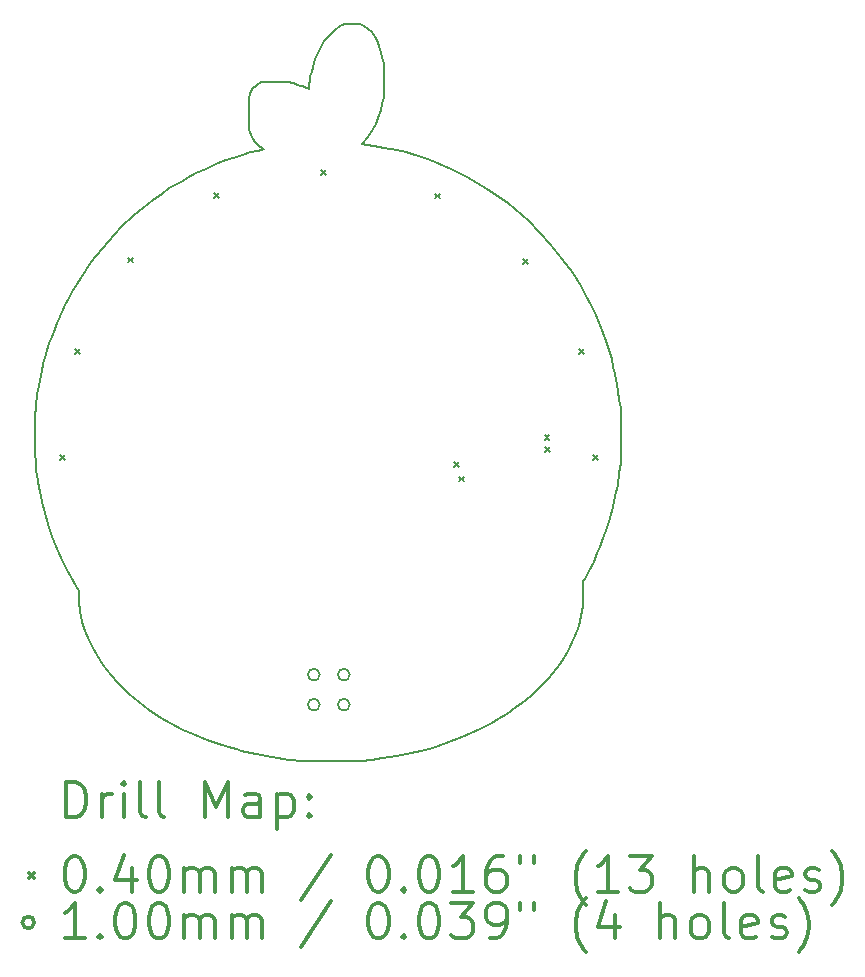
<source format=gbr>
%FSLAX45Y45*%
G04 Gerber Fmt 4.5, Leading zero omitted, Abs format (unit mm)*
G04 Created by KiCad (PCBNEW 4.0.7) date 05/31/18 14:30:43*
%MOMM*%
%LPD*%
G01*
G04 APERTURE LIST*
%ADD10C,0.127000*%
%ADD11C,0.150000*%
%ADD12C,0.200000*%
%ADD13C,0.300000*%
G04 APERTURE END LIST*
D10*
D11*
X11049000Y-7807960D02*
X11084560Y-7828280D01*
X10947400Y-7762240D02*
X11049000Y-7807960D01*
X10886440Y-7731760D02*
X10947400Y-7762240D01*
X10810240Y-7701280D02*
X10886440Y-7731760D01*
X10728960Y-7670800D02*
X10810240Y-7701280D01*
X10647680Y-7645400D02*
X10728960Y-7670800D01*
X10566400Y-7620000D02*
X10647680Y-7645400D01*
X10490200Y-7599680D02*
X10566400Y-7620000D01*
X10383520Y-7579360D02*
X10490200Y-7599680D01*
X10297160Y-7564120D02*
X10383520Y-7579360D01*
X10241280Y-7553960D02*
X10297160Y-7564120D01*
X10195560Y-7548880D02*
X10241280Y-7553960D01*
X10246360Y-7493000D02*
X10195560Y-7548880D01*
X10292080Y-7421880D02*
X10246360Y-7493000D01*
X10312400Y-7376160D02*
X10292080Y-7421880D01*
X10332720Y-7330440D02*
X10312400Y-7376160D01*
X10353040Y-7264400D02*
X10332720Y-7330440D01*
X10368280Y-7213600D02*
X10353040Y-7264400D01*
X10378440Y-7147560D02*
X10368280Y-7213600D01*
X10378440Y-7122160D02*
X10378440Y-7147560D01*
X10383520Y-7056120D02*
X10378440Y-7122160D01*
X10383520Y-6990080D02*
X10383520Y-7056120D01*
X10383520Y-6969760D02*
X10383520Y-6990080D01*
X10378440Y-6898640D02*
X10383520Y-6969760D01*
X10378440Y-6868160D02*
X10378440Y-6898640D01*
X10368280Y-6812280D02*
X10378440Y-6868160D01*
X10358120Y-6776720D02*
X10368280Y-6812280D01*
X10342880Y-6720840D02*
X10358120Y-6776720D01*
X10322560Y-6670040D02*
X10342880Y-6720840D01*
X10307320Y-6644640D02*
X10322560Y-6670040D01*
X10281920Y-6604000D02*
X10307320Y-6644640D01*
X10246360Y-6573520D02*
X10281920Y-6604000D01*
X10215880Y-6548120D02*
X10246360Y-6573520D01*
X10180320Y-6532880D02*
X10215880Y-6548120D01*
X10048240Y-6532880D02*
X10180320Y-6532880D01*
X10027920Y-6543040D02*
X10048240Y-6532880D01*
X9987280Y-6568440D02*
X10027920Y-6543040D01*
X9956800Y-6588760D02*
X9987280Y-6568440D01*
X9906000Y-6639560D02*
X9956800Y-6588760D01*
X9875520Y-6680200D02*
X9906000Y-6639560D01*
X9850120Y-6725920D02*
X9875520Y-6680200D01*
X9824720Y-6776720D02*
X9850120Y-6725920D01*
X9809480Y-6812280D02*
X9824720Y-6776720D01*
X9799320Y-6832600D02*
X9809480Y-6812280D01*
X9789160Y-6863080D02*
X9799320Y-6832600D01*
X9779000Y-6898640D02*
X9789160Y-6863080D01*
X9768840Y-6939280D02*
X9779000Y-6898640D01*
X9758680Y-6974840D02*
X9768840Y-6939280D01*
X9753600Y-7010400D02*
X9758680Y-6974840D01*
X9748520Y-7045960D02*
X9753600Y-7010400D01*
X9748520Y-7081520D02*
X9748520Y-7045960D01*
X9733280Y-7076440D02*
X9748520Y-7081520D01*
X9718040Y-7071360D02*
X9733280Y-7076440D01*
X9697720Y-7061200D02*
X9718040Y-7071360D01*
X9682480Y-7056120D02*
X9697720Y-7061200D01*
X9646920Y-7045960D02*
X9682480Y-7056120D01*
X9616440Y-7035800D02*
X9646920Y-7045960D01*
X9606280Y-7030720D02*
X9616440Y-7035800D01*
X9575800Y-7025640D02*
X9606280Y-7030720D01*
X9555480Y-7020560D02*
X9575800Y-7025640D01*
X9519920Y-7020560D02*
X9555480Y-7020560D01*
X9494520Y-7020560D02*
X9519920Y-7020560D01*
X9448800Y-7020560D02*
X9494520Y-7020560D01*
X9387840Y-7020560D02*
X9448800Y-7020560D01*
X9362440Y-7020560D02*
X9387840Y-7020560D01*
X9352280Y-7025640D02*
X9362440Y-7020560D01*
X9326880Y-7035800D02*
X9352280Y-7025640D01*
X9296400Y-7056120D02*
X9326880Y-7035800D01*
X9276080Y-7076440D02*
X9296400Y-7056120D01*
X9255760Y-7101840D02*
X9276080Y-7076440D01*
X9245600Y-7127240D02*
X9255760Y-7101840D01*
X9240520Y-7162800D02*
X9245600Y-7127240D01*
X9235440Y-7188200D02*
X9240520Y-7162800D01*
X9235440Y-7198360D02*
X9235440Y-7188200D01*
X9235440Y-7249160D02*
X9235440Y-7198360D01*
X9235440Y-7310120D02*
X9235440Y-7249160D01*
X9235440Y-7366000D02*
X9235440Y-7310120D01*
X9235440Y-7401560D02*
X9235440Y-7366000D01*
X9240520Y-7426960D02*
X9235440Y-7401560D01*
X9245600Y-7447280D02*
X9240520Y-7426960D01*
X9255760Y-7472680D02*
X9245600Y-7447280D01*
X9271000Y-7503160D02*
X9255760Y-7472680D01*
X9286240Y-7528560D02*
X9271000Y-7503160D01*
X9296400Y-7538720D02*
X9286240Y-7528560D01*
X9326880Y-7569200D02*
X9296400Y-7538720D01*
X9347200Y-7584440D02*
X9326880Y-7569200D01*
X9362440Y-7594600D02*
X9347200Y-7584440D01*
X9311640Y-7604760D02*
X9362440Y-7594600D01*
X9250680Y-7620000D02*
X9311640Y-7604760D01*
X9184640Y-7640320D02*
X9250680Y-7620000D01*
X9103360Y-7665720D02*
X9184640Y-7640320D01*
X9047480Y-7686040D02*
X9103360Y-7665720D01*
X9022080Y-7696200D02*
X9047480Y-7686040D01*
X8956040Y-7721600D02*
X9022080Y-7696200D01*
X8874760Y-7757160D02*
X8956040Y-7721600D01*
X8788400Y-7797800D02*
X8874760Y-7757160D01*
X8712200Y-7838440D02*
X8788400Y-7797800D01*
X8676640Y-7858760D02*
X8712200Y-7838440D01*
X8625840Y-7889240D02*
X8676640Y-7858760D01*
X8564880Y-7924800D02*
X8625840Y-7889240D01*
X8503920Y-7970520D02*
X8564880Y-7924800D01*
X8427720Y-8021320D02*
X8503920Y-7970520D01*
X8341360Y-8092440D02*
X8427720Y-8021320D01*
X8265160Y-8153400D02*
X8341360Y-8092440D01*
X8158480Y-8255000D02*
X8265160Y-8153400D01*
X8102600Y-8310880D02*
X8158480Y-8255000D01*
X8041640Y-8382000D02*
X8102600Y-8310880D01*
X8001000Y-8427720D02*
X8041640Y-8382000D01*
X7945120Y-8498840D02*
X8001000Y-8427720D01*
X7904480Y-8549640D02*
X7945120Y-8498840D01*
X7858760Y-8615680D02*
X7904480Y-8549640D01*
X7813040Y-8681720D02*
X7858760Y-8615680D01*
X7782560Y-8732520D02*
X7813040Y-8681720D01*
X7741920Y-8803640D02*
X7782560Y-8732520D01*
X7716520Y-8849360D02*
X7741920Y-8803640D01*
X7680960Y-8910320D02*
X7716520Y-8849360D01*
X7655560Y-8971280D02*
X7680960Y-8910320D01*
X7640320Y-9006840D02*
X7655560Y-8971280D01*
X7635240Y-9017000D02*
X7640320Y-9006840D01*
X7609840Y-9067800D02*
X7635240Y-9017000D01*
X7584440Y-9138920D02*
X7609840Y-9067800D01*
X7559040Y-9199880D02*
X7584440Y-9138920D01*
X7548880Y-9235440D02*
X7559040Y-9199880D01*
X7518400Y-9326880D02*
X7548880Y-9235440D01*
X7498080Y-9413240D02*
X7518400Y-9326880D01*
X7482840Y-9469120D02*
X7498080Y-9413240D01*
X7477760Y-9504680D02*
X7482840Y-9469120D01*
X7457440Y-9601200D02*
X7477760Y-9504680D01*
X7447280Y-9667240D02*
X7457440Y-9601200D01*
X7432040Y-9773920D02*
X7447280Y-9667240D01*
X7426960Y-9855200D02*
X7432040Y-9773920D01*
X7426960Y-9972040D02*
X7426960Y-9855200D01*
X7426960Y-10083800D02*
X7426960Y-9972040D01*
X7426960Y-10165080D02*
X7426960Y-10083800D01*
X7432040Y-10251440D02*
X7426960Y-10165080D01*
X7437120Y-10307320D02*
X7432040Y-10251440D01*
X7452360Y-10403840D02*
X7437120Y-10307320D01*
X7462520Y-10459720D02*
X7452360Y-10403840D01*
X7467600Y-10490200D02*
X7462520Y-10459720D01*
X7487920Y-10581640D02*
X7467600Y-10490200D01*
X7508240Y-10673080D02*
X7487920Y-10581640D01*
X7538720Y-10769600D02*
X7508240Y-10673080D01*
X7564120Y-10850880D02*
X7538720Y-10769600D01*
X7599680Y-10937240D02*
X7564120Y-10850880D01*
X7620000Y-10993120D02*
X7599680Y-10937240D01*
X7655560Y-11069320D02*
X7620000Y-10993120D01*
X7696200Y-11155680D02*
X7655560Y-11069320D01*
X7731760Y-11216640D02*
X7696200Y-11155680D01*
X7772400Y-11287760D02*
X7731760Y-11216640D01*
X7797800Y-11333480D02*
X7772400Y-11287760D01*
X7797800Y-11348720D02*
X7797800Y-11333480D01*
X7797800Y-11424920D02*
X7797800Y-11348720D01*
X7807960Y-11501120D02*
X7797800Y-11424920D01*
X7828280Y-11597640D02*
X7807960Y-11501120D01*
X7848600Y-11668760D02*
X7828280Y-11597640D01*
X7884160Y-11750040D02*
X7848600Y-11668760D01*
X7914640Y-11816080D02*
X7884160Y-11750040D01*
X7950200Y-11877040D02*
X7914640Y-11816080D01*
X8001000Y-11958320D02*
X7950200Y-11877040D01*
X8067040Y-12044680D02*
X8001000Y-11958320D01*
X8133080Y-12115800D02*
X8067040Y-12044680D01*
X8183880Y-12166600D02*
X8133080Y-12115800D01*
X8219440Y-12202160D02*
X8183880Y-12166600D01*
X8305800Y-12273280D02*
X8219440Y-12202160D01*
X8392160Y-12339320D02*
X8305800Y-12273280D01*
X8493760Y-12405360D02*
X8392160Y-12339320D01*
X8590280Y-12461240D02*
X8493760Y-12405360D01*
X8681720Y-12506960D02*
X8590280Y-12461240D01*
X8768080Y-12547600D02*
X8681720Y-12506960D01*
X8879840Y-12593320D02*
X8768080Y-12547600D01*
X8981440Y-12628880D02*
X8879840Y-12593320D01*
X9093200Y-12664440D02*
X8981440Y-12628880D01*
X9133840Y-12674600D02*
X9093200Y-12664440D01*
X9174480Y-12684760D02*
X9133840Y-12674600D01*
X9255760Y-12705080D02*
X9174480Y-12684760D01*
X9301480Y-12715240D02*
X9255760Y-12705080D01*
X9433560Y-12740640D02*
X9301480Y-12715240D01*
X9575800Y-12760960D02*
X9433560Y-12740640D01*
X9692640Y-12771120D02*
X9575800Y-12760960D01*
X9784080Y-12776200D02*
X9692640Y-12771120D01*
X9809480Y-12776200D02*
X9784080Y-12776200D01*
X9860280Y-12776200D02*
X9809480Y-12776200D01*
X9977120Y-12776200D02*
X9860280Y-12776200D01*
X10068560Y-12776200D02*
X9977120Y-12776200D01*
X10185400Y-12771120D02*
X10068560Y-12776200D01*
X10276840Y-12760960D02*
X10185400Y-12771120D01*
X10363200Y-12750800D02*
X10276840Y-12760960D01*
X10490200Y-12730480D02*
X10363200Y-12750800D01*
X10612120Y-12705080D02*
X10490200Y-12730480D01*
X10698480Y-12684760D02*
X10612120Y-12705080D01*
X10795000Y-12659360D02*
X10698480Y-12684760D01*
X10906760Y-12623800D02*
X10795000Y-12659360D01*
X11038840Y-12573000D02*
X10906760Y-12623800D01*
X11120120Y-12537440D02*
X11038840Y-12573000D01*
X11196320Y-12501880D02*
X11120120Y-12537440D01*
X11242040Y-12476480D02*
X11196320Y-12501880D01*
X11292840Y-12451080D02*
X11242040Y-12476480D01*
X11343640Y-12420600D02*
X11292840Y-12451080D01*
X11419840Y-12374880D02*
X11343640Y-12420600D01*
X11501120Y-12319000D02*
X11419840Y-12374880D01*
X11551920Y-12283440D02*
X11501120Y-12319000D01*
X11623040Y-12222480D02*
X11551920Y-12283440D01*
X11714480Y-12141200D02*
X11623040Y-12222480D01*
X11780520Y-12070080D02*
X11714480Y-12141200D01*
X11871960Y-11953240D02*
X11780520Y-12070080D01*
X11907520Y-11897360D02*
X11871960Y-11953240D01*
X11943080Y-11841480D02*
X11907520Y-11897360D01*
X11993880Y-11734800D02*
X11943080Y-11841480D01*
X12014200Y-11673840D02*
X11993880Y-11734800D01*
X12029440Y-11628120D02*
X12014200Y-11673840D01*
X12049760Y-11546840D02*
X12029440Y-11628120D01*
X12065000Y-11460480D02*
X12049760Y-11546840D01*
X12070080Y-11399520D02*
X12065000Y-11460480D01*
X12070080Y-11292840D02*
X12070080Y-11399520D01*
X12070080Y-11247120D02*
X12070080Y-11292840D01*
X12080240Y-11231880D02*
X12070080Y-11247120D01*
X12115800Y-11165840D02*
X12080240Y-11231880D01*
X12156440Y-11084560D02*
X12115800Y-11165840D01*
X12186920Y-11013440D02*
X12156440Y-11084560D01*
X12212320Y-10957560D02*
X12186920Y-11013440D01*
X12237720Y-10886440D02*
X12212320Y-10957560D01*
X12268200Y-10800080D02*
X12237720Y-10886440D01*
X12293600Y-10718800D02*
X12268200Y-10800080D01*
X12319000Y-10622280D02*
X12293600Y-10718800D01*
X12339320Y-10530840D02*
X12319000Y-10622280D01*
X12359640Y-10434320D02*
X12339320Y-10530840D01*
X12374880Y-10332720D02*
X12359640Y-10434320D01*
X12385040Y-10251440D02*
X12374880Y-10332720D01*
X12390120Y-10149840D02*
X12385040Y-10251440D01*
X12390120Y-10119360D02*
X12390120Y-10149840D01*
X12390120Y-10007600D02*
X12390120Y-10119360D01*
X12390120Y-9885680D02*
X12390120Y-10007600D01*
X12385040Y-9784080D02*
X12390120Y-9885680D01*
X12374880Y-9712960D02*
X12385040Y-9784080D01*
X12364720Y-9641840D02*
X12374880Y-9712960D01*
X12354560Y-9585960D02*
X12364720Y-9641840D01*
X12339320Y-9499600D02*
X12354560Y-9585960D01*
X12324080Y-9438640D02*
X12339320Y-9499600D01*
X12308840Y-9372600D02*
X12324080Y-9438640D01*
X12293600Y-9321800D02*
X12308840Y-9372600D01*
X12263120Y-9215120D02*
X12293600Y-9321800D01*
X12212320Y-9083040D02*
X12263120Y-9215120D01*
X12166600Y-8976360D02*
X12212320Y-9083040D01*
X12136120Y-8915400D02*
X12166600Y-8976360D01*
X12095480Y-8834120D02*
X12136120Y-8915400D01*
X12049760Y-8752840D02*
X12095480Y-8834120D01*
X11978640Y-8641080D02*
X12049760Y-8752840D01*
X11892280Y-8519160D02*
X11978640Y-8641080D01*
X11790680Y-8392160D02*
X11892280Y-8519160D01*
X11612880Y-8204200D02*
X11790680Y-8392160D01*
X11430000Y-8051800D02*
X11612880Y-8204200D01*
X11257280Y-7929880D02*
X11430000Y-8051800D01*
X11084560Y-7828280D02*
X11257280Y-7929880D01*
D12*
X7641148Y-10181148D02*
X7681148Y-10221148D01*
X7681148Y-10181148D02*
X7641148Y-10221148D01*
X7767132Y-9284020D02*
X7807132Y-9324020D01*
X7807132Y-9284020D02*
X7767132Y-9324020D01*
X8213664Y-8510844D02*
X8253664Y-8550844D01*
X8253664Y-8510844D02*
X8213664Y-8550844D01*
X8941120Y-7962204D02*
X8981120Y-8002204D01*
X8981120Y-7962204D02*
X8941120Y-8002204D01*
X9851964Y-7771704D02*
X9891964Y-7811704D01*
X9891964Y-7771704D02*
X9851964Y-7811704D01*
X10815640Y-7969824D02*
X10855640Y-8009824D01*
X10855640Y-7969824D02*
X10815640Y-8009824D01*
X10977184Y-10245156D02*
X11017184Y-10285156D01*
X11017184Y-10245156D02*
X10977184Y-10285156D01*
X11016300Y-10365552D02*
X11056300Y-10405552D01*
X11056300Y-10365552D02*
X11016300Y-10405552D01*
X11558336Y-8524052D02*
X11598336Y-8564052D01*
X11598336Y-8524052D02*
X11558336Y-8564052D01*
X11740200Y-10016048D02*
X11780200Y-10056048D01*
X11780200Y-10016048D02*
X11740200Y-10056048D01*
X11748328Y-10116632D02*
X11788328Y-10156632D01*
X11788328Y-10116632D02*
X11748328Y-10156632D01*
X12034840Y-9288084D02*
X12074840Y-9328084D01*
X12074840Y-9288084D02*
X12034840Y-9328084D01*
X12153204Y-10183180D02*
X12193204Y-10223180D01*
X12193204Y-10183180D02*
X12153204Y-10223180D01*
X9836620Y-12042140D02*
G75*
G03X9836620Y-12042140I-50000J0D01*
G01*
X9836620Y-12296140D02*
G75*
G03X9836620Y-12296140I-50000J0D01*
G01*
X10090620Y-12042140D02*
G75*
G03X10090620Y-12042140I-50000J0D01*
G01*
X10090620Y-12296140D02*
G75*
G03X10090620Y-12296140I-50000J0D01*
G01*
D13*
X7690888Y-13249414D02*
X7690888Y-12949414D01*
X7762317Y-12949414D01*
X7805174Y-12963700D01*
X7833746Y-12992271D01*
X7848031Y-13020843D01*
X7862317Y-13077986D01*
X7862317Y-13120843D01*
X7848031Y-13177986D01*
X7833746Y-13206557D01*
X7805174Y-13235129D01*
X7762317Y-13249414D01*
X7690888Y-13249414D01*
X7990888Y-13249414D02*
X7990888Y-13049414D01*
X7990888Y-13106557D02*
X8005174Y-13077986D01*
X8019460Y-13063700D01*
X8048031Y-13049414D01*
X8076603Y-13049414D01*
X8176603Y-13249414D02*
X8176603Y-13049414D01*
X8176603Y-12949414D02*
X8162317Y-12963700D01*
X8176603Y-12977986D01*
X8190888Y-12963700D01*
X8176603Y-12949414D01*
X8176603Y-12977986D01*
X8362317Y-13249414D02*
X8333746Y-13235129D01*
X8319460Y-13206557D01*
X8319460Y-12949414D01*
X8519460Y-13249414D02*
X8490889Y-13235129D01*
X8476603Y-13206557D01*
X8476603Y-12949414D01*
X8862317Y-13249414D02*
X8862317Y-12949414D01*
X8962317Y-13163700D01*
X9062317Y-12949414D01*
X9062317Y-13249414D01*
X9333746Y-13249414D02*
X9333746Y-13092271D01*
X9319460Y-13063700D01*
X9290889Y-13049414D01*
X9233746Y-13049414D01*
X9205174Y-13063700D01*
X9333746Y-13235129D02*
X9305174Y-13249414D01*
X9233746Y-13249414D01*
X9205174Y-13235129D01*
X9190889Y-13206557D01*
X9190889Y-13177986D01*
X9205174Y-13149414D01*
X9233746Y-13135129D01*
X9305174Y-13135129D01*
X9333746Y-13120843D01*
X9476603Y-13049414D02*
X9476603Y-13349414D01*
X9476603Y-13063700D02*
X9505174Y-13049414D01*
X9562317Y-13049414D01*
X9590889Y-13063700D01*
X9605174Y-13077986D01*
X9619460Y-13106557D01*
X9619460Y-13192271D01*
X9605174Y-13220843D01*
X9590889Y-13235129D01*
X9562317Y-13249414D01*
X9505174Y-13249414D01*
X9476603Y-13235129D01*
X9748031Y-13220843D02*
X9762317Y-13235129D01*
X9748031Y-13249414D01*
X9733746Y-13235129D01*
X9748031Y-13220843D01*
X9748031Y-13249414D01*
X9748031Y-13063700D02*
X9762317Y-13077986D01*
X9748031Y-13092271D01*
X9733746Y-13077986D01*
X9748031Y-13063700D01*
X9748031Y-13092271D01*
X7379460Y-13723700D02*
X7419460Y-13763700D01*
X7419460Y-13723700D02*
X7379460Y-13763700D01*
X7748031Y-13579414D02*
X7776603Y-13579414D01*
X7805174Y-13593700D01*
X7819460Y-13607986D01*
X7833746Y-13636557D01*
X7848031Y-13693700D01*
X7848031Y-13765129D01*
X7833746Y-13822271D01*
X7819460Y-13850843D01*
X7805174Y-13865129D01*
X7776603Y-13879414D01*
X7748031Y-13879414D01*
X7719460Y-13865129D01*
X7705174Y-13850843D01*
X7690888Y-13822271D01*
X7676603Y-13765129D01*
X7676603Y-13693700D01*
X7690888Y-13636557D01*
X7705174Y-13607986D01*
X7719460Y-13593700D01*
X7748031Y-13579414D01*
X7976603Y-13850843D02*
X7990888Y-13865129D01*
X7976603Y-13879414D01*
X7962317Y-13865129D01*
X7976603Y-13850843D01*
X7976603Y-13879414D01*
X8248031Y-13679414D02*
X8248031Y-13879414D01*
X8176603Y-13565129D02*
X8105174Y-13779414D01*
X8290888Y-13779414D01*
X8462317Y-13579414D02*
X8490889Y-13579414D01*
X8519460Y-13593700D01*
X8533746Y-13607986D01*
X8548031Y-13636557D01*
X8562317Y-13693700D01*
X8562317Y-13765129D01*
X8548031Y-13822271D01*
X8533746Y-13850843D01*
X8519460Y-13865129D01*
X8490889Y-13879414D01*
X8462317Y-13879414D01*
X8433746Y-13865129D01*
X8419460Y-13850843D01*
X8405174Y-13822271D01*
X8390889Y-13765129D01*
X8390889Y-13693700D01*
X8405174Y-13636557D01*
X8419460Y-13607986D01*
X8433746Y-13593700D01*
X8462317Y-13579414D01*
X8690889Y-13879414D02*
X8690889Y-13679414D01*
X8690889Y-13707986D02*
X8705174Y-13693700D01*
X8733746Y-13679414D01*
X8776603Y-13679414D01*
X8805174Y-13693700D01*
X8819460Y-13722271D01*
X8819460Y-13879414D01*
X8819460Y-13722271D02*
X8833746Y-13693700D01*
X8862317Y-13679414D01*
X8905174Y-13679414D01*
X8933746Y-13693700D01*
X8948031Y-13722271D01*
X8948031Y-13879414D01*
X9090889Y-13879414D02*
X9090889Y-13679414D01*
X9090889Y-13707986D02*
X9105174Y-13693700D01*
X9133746Y-13679414D01*
X9176603Y-13679414D01*
X9205174Y-13693700D01*
X9219460Y-13722271D01*
X9219460Y-13879414D01*
X9219460Y-13722271D02*
X9233746Y-13693700D01*
X9262317Y-13679414D01*
X9305174Y-13679414D01*
X9333746Y-13693700D01*
X9348031Y-13722271D01*
X9348031Y-13879414D01*
X9933746Y-13565129D02*
X9676603Y-13950843D01*
X10319460Y-13579414D02*
X10348031Y-13579414D01*
X10376603Y-13593700D01*
X10390888Y-13607986D01*
X10405174Y-13636557D01*
X10419460Y-13693700D01*
X10419460Y-13765129D01*
X10405174Y-13822271D01*
X10390888Y-13850843D01*
X10376603Y-13865129D01*
X10348031Y-13879414D01*
X10319460Y-13879414D01*
X10290888Y-13865129D01*
X10276603Y-13850843D01*
X10262317Y-13822271D01*
X10248031Y-13765129D01*
X10248031Y-13693700D01*
X10262317Y-13636557D01*
X10276603Y-13607986D01*
X10290888Y-13593700D01*
X10319460Y-13579414D01*
X10548031Y-13850843D02*
X10562317Y-13865129D01*
X10548031Y-13879414D01*
X10533746Y-13865129D01*
X10548031Y-13850843D01*
X10548031Y-13879414D01*
X10748031Y-13579414D02*
X10776603Y-13579414D01*
X10805174Y-13593700D01*
X10819460Y-13607986D01*
X10833746Y-13636557D01*
X10848031Y-13693700D01*
X10848031Y-13765129D01*
X10833746Y-13822271D01*
X10819460Y-13850843D01*
X10805174Y-13865129D01*
X10776603Y-13879414D01*
X10748031Y-13879414D01*
X10719460Y-13865129D01*
X10705174Y-13850843D01*
X10690888Y-13822271D01*
X10676603Y-13765129D01*
X10676603Y-13693700D01*
X10690888Y-13636557D01*
X10705174Y-13607986D01*
X10719460Y-13593700D01*
X10748031Y-13579414D01*
X11133746Y-13879414D02*
X10962317Y-13879414D01*
X11048031Y-13879414D02*
X11048031Y-13579414D01*
X11019460Y-13622271D01*
X10990888Y-13650843D01*
X10962317Y-13665129D01*
X11390888Y-13579414D02*
X11333745Y-13579414D01*
X11305174Y-13593700D01*
X11290888Y-13607986D01*
X11262317Y-13650843D01*
X11248031Y-13707986D01*
X11248031Y-13822271D01*
X11262317Y-13850843D01*
X11276603Y-13865129D01*
X11305174Y-13879414D01*
X11362317Y-13879414D01*
X11390888Y-13865129D01*
X11405174Y-13850843D01*
X11419460Y-13822271D01*
X11419460Y-13750843D01*
X11405174Y-13722271D01*
X11390888Y-13707986D01*
X11362317Y-13693700D01*
X11305174Y-13693700D01*
X11276603Y-13707986D01*
X11262317Y-13722271D01*
X11248031Y-13750843D01*
X11533746Y-13579414D02*
X11533746Y-13636557D01*
X11648031Y-13579414D02*
X11648031Y-13636557D01*
X12090888Y-13993700D02*
X12076603Y-13979414D01*
X12048031Y-13936557D01*
X12033745Y-13907986D01*
X12019460Y-13865129D01*
X12005174Y-13793700D01*
X12005174Y-13736557D01*
X12019460Y-13665129D01*
X12033745Y-13622271D01*
X12048031Y-13593700D01*
X12076603Y-13550843D01*
X12090888Y-13536557D01*
X12362317Y-13879414D02*
X12190888Y-13879414D01*
X12276603Y-13879414D02*
X12276603Y-13579414D01*
X12248031Y-13622271D01*
X12219460Y-13650843D01*
X12190888Y-13665129D01*
X12462317Y-13579414D02*
X12648031Y-13579414D01*
X12548031Y-13693700D01*
X12590888Y-13693700D01*
X12619460Y-13707986D01*
X12633745Y-13722271D01*
X12648031Y-13750843D01*
X12648031Y-13822271D01*
X12633745Y-13850843D01*
X12619460Y-13865129D01*
X12590888Y-13879414D01*
X12505174Y-13879414D01*
X12476603Y-13865129D01*
X12462317Y-13850843D01*
X13005174Y-13879414D02*
X13005174Y-13579414D01*
X13133745Y-13879414D02*
X13133745Y-13722271D01*
X13119460Y-13693700D01*
X13090888Y-13679414D01*
X13048031Y-13679414D01*
X13019460Y-13693700D01*
X13005174Y-13707986D01*
X13319460Y-13879414D02*
X13290888Y-13865129D01*
X13276603Y-13850843D01*
X13262317Y-13822271D01*
X13262317Y-13736557D01*
X13276603Y-13707986D01*
X13290888Y-13693700D01*
X13319460Y-13679414D01*
X13362317Y-13679414D01*
X13390888Y-13693700D01*
X13405174Y-13707986D01*
X13419460Y-13736557D01*
X13419460Y-13822271D01*
X13405174Y-13850843D01*
X13390888Y-13865129D01*
X13362317Y-13879414D01*
X13319460Y-13879414D01*
X13590888Y-13879414D02*
X13562317Y-13865129D01*
X13548031Y-13836557D01*
X13548031Y-13579414D01*
X13819460Y-13865129D02*
X13790888Y-13879414D01*
X13733746Y-13879414D01*
X13705174Y-13865129D01*
X13690888Y-13836557D01*
X13690888Y-13722271D01*
X13705174Y-13693700D01*
X13733746Y-13679414D01*
X13790888Y-13679414D01*
X13819460Y-13693700D01*
X13833746Y-13722271D01*
X13833746Y-13750843D01*
X13690888Y-13779414D01*
X13948031Y-13865129D02*
X13976603Y-13879414D01*
X14033746Y-13879414D01*
X14062317Y-13865129D01*
X14076603Y-13836557D01*
X14076603Y-13822271D01*
X14062317Y-13793700D01*
X14033746Y-13779414D01*
X13990888Y-13779414D01*
X13962317Y-13765129D01*
X13948031Y-13736557D01*
X13948031Y-13722271D01*
X13962317Y-13693700D01*
X13990888Y-13679414D01*
X14033746Y-13679414D01*
X14062317Y-13693700D01*
X14176603Y-13993700D02*
X14190888Y-13979414D01*
X14219460Y-13936557D01*
X14233746Y-13907986D01*
X14248031Y-13865129D01*
X14262317Y-13793700D01*
X14262317Y-13736557D01*
X14248031Y-13665129D01*
X14233746Y-13622271D01*
X14219460Y-13593700D01*
X14190888Y-13550843D01*
X14176603Y-13536557D01*
X7419460Y-14139700D02*
G75*
G03X7419460Y-14139700I-50000J0D01*
G01*
X7848031Y-14275414D02*
X7676603Y-14275414D01*
X7762317Y-14275414D02*
X7762317Y-13975414D01*
X7733746Y-14018271D01*
X7705174Y-14046843D01*
X7676603Y-14061129D01*
X7976603Y-14246843D02*
X7990888Y-14261129D01*
X7976603Y-14275414D01*
X7962317Y-14261129D01*
X7976603Y-14246843D01*
X7976603Y-14275414D01*
X8176603Y-13975414D02*
X8205174Y-13975414D01*
X8233746Y-13989700D01*
X8248031Y-14003986D01*
X8262317Y-14032557D01*
X8276603Y-14089700D01*
X8276603Y-14161129D01*
X8262317Y-14218271D01*
X8248031Y-14246843D01*
X8233746Y-14261129D01*
X8205174Y-14275414D01*
X8176603Y-14275414D01*
X8148031Y-14261129D01*
X8133746Y-14246843D01*
X8119460Y-14218271D01*
X8105174Y-14161129D01*
X8105174Y-14089700D01*
X8119460Y-14032557D01*
X8133746Y-14003986D01*
X8148031Y-13989700D01*
X8176603Y-13975414D01*
X8462317Y-13975414D02*
X8490889Y-13975414D01*
X8519460Y-13989700D01*
X8533746Y-14003986D01*
X8548031Y-14032557D01*
X8562317Y-14089700D01*
X8562317Y-14161129D01*
X8548031Y-14218271D01*
X8533746Y-14246843D01*
X8519460Y-14261129D01*
X8490889Y-14275414D01*
X8462317Y-14275414D01*
X8433746Y-14261129D01*
X8419460Y-14246843D01*
X8405174Y-14218271D01*
X8390889Y-14161129D01*
X8390889Y-14089700D01*
X8405174Y-14032557D01*
X8419460Y-14003986D01*
X8433746Y-13989700D01*
X8462317Y-13975414D01*
X8690889Y-14275414D02*
X8690889Y-14075414D01*
X8690889Y-14103986D02*
X8705174Y-14089700D01*
X8733746Y-14075414D01*
X8776603Y-14075414D01*
X8805174Y-14089700D01*
X8819460Y-14118271D01*
X8819460Y-14275414D01*
X8819460Y-14118271D02*
X8833746Y-14089700D01*
X8862317Y-14075414D01*
X8905174Y-14075414D01*
X8933746Y-14089700D01*
X8948031Y-14118271D01*
X8948031Y-14275414D01*
X9090889Y-14275414D02*
X9090889Y-14075414D01*
X9090889Y-14103986D02*
X9105174Y-14089700D01*
X9133746Y-14075414D01*
X9176603Y-14075414D01*
X9205174Y-14089700D01*
X9219460Y-14118271D01*
X9219460Y-14275414D01*
X9219460Y-14118271D02*
X9233746Y-14089700D01*
X9262317Y-14075414D01*
X9305174Y-14075414D01*
X9333746Y-14089700D01*
X9348031Y-14118271D01*
X9348031Y-14275414D01*
X9933746Y-13961129D02*
X9676603Y-14346843D01*
X10319460Y-13975414D02*
X10348031Y-13975414D01*
X10376603Y-13989700D01*
X10390888Y-14003986D01*
X10405174Y-14032557D01*
X10419460Y-14089700D01*
X10419460Y-14161129D01*
X10405174Y-14218271D01*
X10390888Y-14246843D01*
X10376603Y-14261129D01*
X10348031Y-14275414D01*
X10319460Y-14275414D01*
X10290888Y-14261129D01*
X10276603Y-14246843D01*
X10262317Y-14218271D01*
X10248031Y-14161129D01*
X10248031Y-14089700D01*
X10262317Y-14032557D01*
X10276603Y-14003986D01*
X10290888Y-13989700D01*
X10319460Y-13975414D01*
X10548031Y-14246843D02*
X10562317Y-14261129D01*
X10548031Y-14275414D01*
X10533746Y-14261129D01*
X10548031Y-14246843D01*
X10548031Y-14275414D01*
X10748031Y-13975414D02*
X10776603Y-13975414D01*
X10805174Y-13989700D01*
X10819460Y-14003986D01*
X10833746Y-14032557D01*
X10848031Y-14089700D01*
X10848031Y-14161129D01*
X10833746Y-14218271D01*
X10819460Y-14246843D01*
X10805174Y-14261129D01*
X10776603Y-14275414D01*
X10748031Y-14275414D01*
X10719460Y-14261129D01*
X10705174Y-14246843D01*
X10690888Y-14218271D01*
X10676603Y-14161129D01*
X10676603Y-14089700D01*
X10690888Y-14032557D01*
X10705174Y-14003986D01*
X10719460Y-13989700D01*
X10748031Y-13975414D01*
X10948031Y-13975414D02*
X11133746Y-13975414D01*
X11033746Y-14089700D01*
X11076603Y-14089700D01*
X11105174Y-14103986D01*
X11119460Y-14118271D01*
X11133746Y-14146843D01*
X11133746Y-14218271D01*
X11119460Y-14246843D01*
X11105174Y-14261129D01*
X11076603Y-14275414D01*
X10990888Y-14275414D01*
X10962317Y-14261129D01*
X10948031Y-14246843D01*
X11276603Y-14275414D02*
X11333745Y-14275414D01*
X11362317Y-14261129D01*
X11376603Y-14246843D01*
X11405174Y-14203986D01*
X11419460Y-14146843D01*
X11419460Y-14032557D01*
X11405174Y-14003986D01*
X11390888Y-13989700D01*
X11362317Y-13975414D01*
X11305174Y-13975414D01*
X11276603Y-13989700D01*
X11262317Y-14003986D01*
X11248031Y-14032557D01*
X11248031Y-14103986D01*
X11262317Y-14132557D01*
X11276603Y-14146843D01*
X11305174Y-14161129D01*
X11362317Y-14161129D01*
X11390888Y-14146843D01*
X11405174Y-14132557D01*
X11419460Y-14103986D01*
X11533746Y-13975414D02*
X11533746Y-14032557D01*
X11648031Y-13975414D02*
X11648031Y-14032557D01*
X12090888Y-14389700D02*
X12076603Y-14375414D01*
X12048031Y-14332557D01*
X12033745Y-14303986D01*
X12019460Y-14261129D01*
X12005174Y-14189700D01*
X12005174Y-14132557D01*
X12019460Y-14061129D01*
X12033745Y-14018271D01*
X12048031Y-13989700D01*
X12076603Y-13946843D01*
X12090888Y-13932557D01*
X12333745Y-14075414D02*
X12333745Y-14275414D01*
X12262317Y-13961129D02*
X12190888Y-14175414D01*
X12376603Y-14175414D01*
X12719460Y-14275414D02*
X12719460Y-13975414D01*
X12848031Y-14275414D02*
X12848031Y-14118271D01*
X12833745Y-14089700D01*
X12805174Y-14075414D01*
X12762317Y-14075414D01*
X12733745Y-14089700D01*
X12719460Y-14103986D01*
X13033745Y-14275414D02*
X13005174Y-14261129D01*
X12990888Y-14246843D01*
X12976603Y-14218271D01*
X12976603Y-14132557D01*
X12990888Y-14103986D01*
X13005174Y-14089700D01*
X13033745Y-14075414D01*
X13076603Y-14075414D01*
X13105174Y-14089700D01*
X13119460Y-14103986D01*
X13133745Y-14132557D01*
X13133745Y-14218271D01*
X13119460Y-14246843D01*
X13105174Y-14261129D01*
X13076603Y-14275414D01*
X13033745Y-14275414D01*
X13305174Y-14275414D02*
X13276603Y-14261129D01*
X13262317Y-14232557D01*
X13262317Y-13975414D01*
X13533746Y-14261129D02*
X13505174Y-14275414D01*
X13448031Y-14275414D01*
X13419460Y-14261129D01*
X13405174Y-14232557D01*
X13405174Y-14118271D01*
X13419460Y-14089700D01*
X13448031Y-14075414D01*
X13505174Y-14075414D01*
X13533746Y-14089700D01*
X13548031Y-14118271D01*
X13548031Y-14146843D01*
X13405174Y-14175414D01*
X13662317Y-14261129D02*
X13690888Y-14275414D01*
X13748031Y-14275414D01*
X13776603Y-14261129D01*
X13790888Y-14232557D01*
X13790888Y-14218271D01*
X13776603Y-14189700D01*
X13748031Y-14175414D01*
X13705174Y-14175414D01*
X13676603Y-14161129D01*
X13662317Y-14132557D01*
X13662317Y-14118271D01*
X13676603Y-14089700D01*
X13705174Y-14075414D01*
X13748031Y-14075414D01*
X13776603Y-14089700D01*
X13890888Y-14389700D02*
X13905174Y-14375414D01*
X13933746Y-14332557D01*
X13948031Y-14303986D01*
X13962317Y-14261129D01*
X13976603Y-14189700D01*
X13976603Y-14132557D01*
X13962317Y-14061129D01*
X13948031Y-14018271D01*
X13933746Y-13989700D01*
X13905174Y-13946843D01*
X13890888Y-13932557D01*
M02*

</source>
